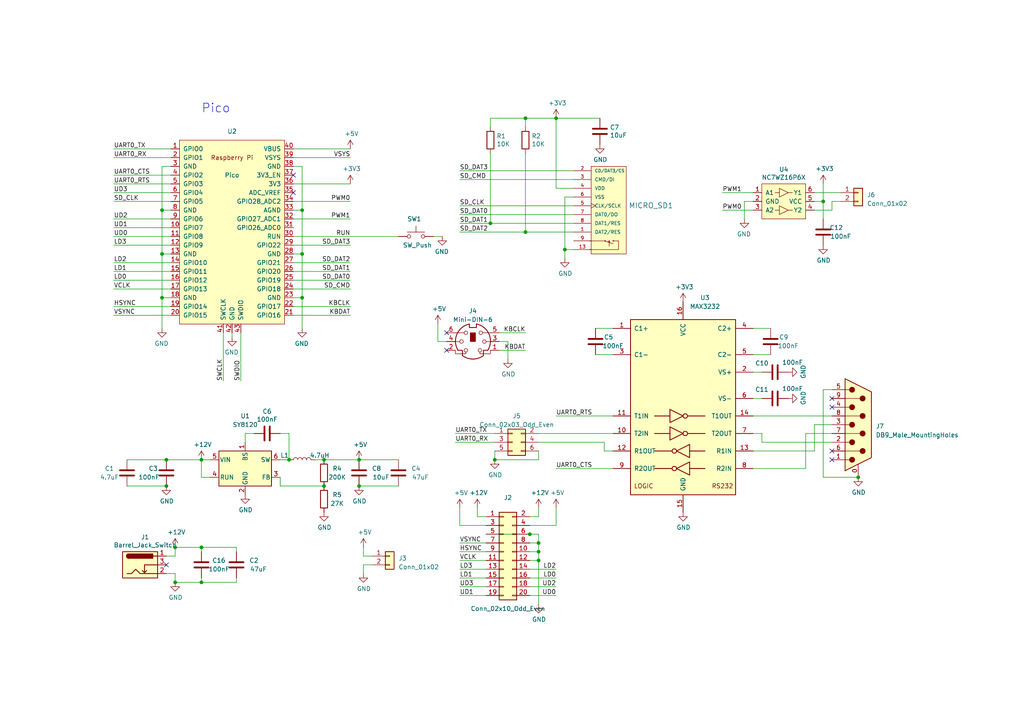
<source format=kicad_sch>
(kicad_sch (version 20210126) (generator eeschema)
  (paper "A4")
  (lib_symbols
    (symbol "Connector:Barrel_Jack_Switch" (pin_names hide)
      (property "Reference" "J" (at 0 5.334 0))
      (property "Value" "Barrel_Jack_Switch" (at 0 -5.08 0))
      (symbol "Barrel_Jack_Switch_0_1"
        (arc (start -3.302 3.175) (end -3.302 1.905) (radius (at -3.302 2.54) (length 0.635) (angles 90.1 -90.1)) (stroke (width 0.254)))
        (arc (start -3.302 3.175) (end -3.302 1.905) (radius (at -3.302 2.54) (length 0.635) (angles 90.1 -90.1)) (stroke (width 0.254)) (fill (type outline)))
        (rectangle (start 3.683 3.175) (end -3.302 1.905) (stroke (width 0.254)) (fill (type outline)))
        (rectangle (start -5.08 3.81) (end 5.08 -3.81) (stroke (width 0.254)) (fill (type background)))
        (polyline (pts (xy 1.27 -2.286) (xy 1.905 -1.651)) (stroke (width 0.254)))
        (polyline (pts (xy 5.08 2.54) (xy 3.81 2.54)) (stroke (width 0.254)))
        (polyline (pts (xy 5.08 0) (xy 1.27 0) (xy 1.27 -2.286) (xy 0.635 -1.651)) (stroke (width 0.254)))
        (polyline (pts (xy -3.81 -2.54) (xy -2.54 -2.54) (xy -1.27 -1.27) (xy 0 -2.54) (xy 2.54 -2.54) (xy 5.08 -2.54)) (stroke (width 0.254)))
      )
      (symbol "Barrel_Jack_Switch_1_1"
        (pin passive line (at 7.62 2.54 180) (length 2.54) (name "~") (number "1"))
        (pin passive line (at 7.62 -2.54 180) (length 2.54) (name "~") (number "2"))
        (pin passive line (at 7.62 0 180) (length 2.54) (name "~") (number "3"))
      )
    )
    (symbol "Connector:DB9_Male_MountingHoles" (pin_names (offset 1.016) hide)
      (property "Reference" "J" (at 0 16.51 0))
      (property "Value" "DB9_Male_MountingHoles" (at 0 14.605 0))
      (symbol "DB9_Male_MountingHoles_0_1"
        (circle (center -1.778 -10.16) (radius 0.762) (fill (type outline)))
        (circle (center -1.778 -5.08) (radius 0.762) (fill (type outline)))
        (circle (center -1.778 0) (radius 0.762) (fill (type outline)))
        (circle (center -1.778 5.08) (radius 0.762) (fill (type outline)))
        (circle (center -1.778 10.16) (radius 0.762) (fill (type outline)))
        (circle (center 1.27 -7.62) (radius 0.762) (fill (type outline)))
        (circle (center 1.27 -2.54) (radius 0.762) (fill (type outline)))
        (circle (center 1.27 2.54) (radius 0.762) (fill (type outline)))
        (circle (center 1.27 7.62) (radius 0.762) (fill (type outline)))
        (polyline (pts (xy -3.81 -10.16) (xy -2.54 -10.16)))
        (polyline (pts (xy -3.81 -7.62) (xy 0.508 -7.62)))
        (polyline (pts (xy -3.81 -5.08) (xy -2.54 -5.08)))
        (polyline (pts (xy -3.81 -2.54) (xy 0.508 -2.54)))
        (polyline (pts (xy -3.81 0) (xy -2.54 0)))
        (polyline (pts (xy -3.81 2.54) (xy 0.508 2.54)))
        (polyline (pts (xy -3.81 5.08) (xy -2.54 5.08)))
        (polyline (pts (xy -3.81 7.62) (xy 0.508 7.62)))
        (polyline (pts (xy -3.81 10.16) (xy -2.54 10.16)))
        (polyline (pts (xy -3.81 -13.335) (xy -3.81 13.335) (xy 3.81 9.525) (xy 3.81 -9.525) (xy -3.81 -13.335)) (stroke (width 0.254)) (fill (type background)))
      )
      (symbol "DB9_Male_MountingHoles_1_1"
        (pin passive line (at 0 -15.24 90) (length 3.81) (name "PAD") (number "0"))
        (pin passive line (at -7.62 -10.16 0) (length 3.81) (name "1") (number "1"))
        (pin passive line (at -7.62 -5.08 0) (length 3.81) (name "2") (number "2"))
        (pin passive line (at -7.62 0 0) (length 3.81) (name "3") (number "3"))
        (pin passive line (at -7.62 5.08 0) (length 3.81) (name "4") (number "4"))
        (pin passive line (at -7.62 10.16 0) (length 3.81) (name "5") (number "5"))
        (pin passive line (at -7.62 -7.62 0) (length 3.81) (name "6") (number "6"))
        (pin passive line (at -7.62 -2.54 0) (length 3.81) (name "7") (number "7"))
        (pin passive line (at -7.62 2.54 0) (length 3.81) (name "8") (number "8"))
        (pin passive line (at -7.62 7.62 0) (length 3.81) (name "9") (number "9"))
      )
    )
    (symbol "Connector:Mini-DIN-6" (pin_names (offset 1.016))
      (property "Reference" "J" (at 0 6.35 0))
      (property "Value" "Mini-DIN-6" (at 0 -6.35 0))
      (symbol "Mini-DIN-6_0_1"
        (arc (start -3.048 -4.064) (end 3.048 -4.064) (radius (at 0 0) (length 5.08) (angles -126.9 -53.1)) (stroke (width 0.254)))
        (arc (start -1.016 5.08) (end -4.318 -2.54) (radius (at 0.0508 0.1016) (length 5.08) (angles 102.1 -148.8)) (stroke (width 0.254)))
        (arc (start 4.318 -2.54) (end 1.016 5.08) (radius (at 0.0508 0.127) (length 5.0292) (angles -32 79)) (stroke (width 0.254)))
        (circle (center -3.302 0) (radius 0.508))
        (circle (center -2.032 -2.54) (radius 0.508))
        (circle (center -2.032 2.54) (radius 0.508))
        (circle (center 2.032 -2.54) (radius 0.508))
        (circle (center 2.286 2.54) (radius 0.508))
        (circle (center 3.302 0) (radius 0.508))
        (rectangle (start -0.762 2.54) (end 0.762 0) (fill (type outline)))
        (polyline (pts (xy -3.81 0) (xy -5.08 0)))
        (polyline (pts (xy -2.54 2.54) (xy -5.08 2.54)))
        (polyline (pts (xy 2.794 2.54) (xy 5.08 2.54)))
        (polyline (pts (xy 5.08 0) (xy 3.81 0)))
        (polyline (pts (xy -4.318 -2.54) (xy -3.048 -2.54) (xy -3.048 -4.064)) (stroke (width 0.254)))
        (polyline (pts (xy 4.318 -2.54) (xy 3.048 -2.54) (xy 3.048 -4.064)) (stroke (width 0.254)))
        (polyline (pts (xy -2.032 -3.048) (xy -2.032 -3.556) (xy -5.08 -3.556) (xy -5.08 -2.54)))
        (polyline (pts (xy -1.016 5.08) (xy -1.016 4.064) (xy 1.016 4.064) (xy 1.016 5.08)) (stroke (width 0.254)))
        (polyline (pts (xy 2.032 -3.048) (xy 2.032 -3.556) (xy 5.08 -3.556) (xy 5.08 -2.54)))
      )
      (symbol "Mini-DIN-6_1_1"
        (pin passive line (at 7.62 -2.54 180) (length 2.54) (name "~") (number "1"))
        (pin passive line (at -7.62 -2.54 0) (length 2.54) (name "~") (number "2"))
        (pin passive line (at 7.62 0 180) (length 2.54) (name "~") (number "3"))
        (pin passive line (at -7.62 0 0) (length 2.54) (name "~") (number "4"))
        (pin passive line (at 7.62 2.54 180) (length 2.54) (name "~") (number "5"))
        (pin passive line (at -7.62 2.54 0) (length 2.54) (name "~") (number "6"))
      )
    )
    (symbol "Connector_Generic:Conn_01x02" (pin_names (offset 1.016) hide)
      (property "Reference" "J" (at 0 2.54 0))
      (property "Value" "Conn_01x02" (at 0 -5.08 0))
      (symbol "Conn_01x02_1_1"
        (rectangle (start -1.27 -2.413) (end 0 -2.667) (stroke (width 0.1524)))
        (rectangle (start -1.27 0.127) (end 0 -0.127) (stroke (width 0.1524)))
        (rectangle (start -1.27 1.27) (end 1.27 -3.81) (stroke (width 0.254)) (fill (type background)))
        (pin passive line (at -5.08 0 0) (length 3.81) (name "Pin_1") (number "1"))
        (pin passive line (at -5.08 -2.54 0) (length 3.81) (name "Pin_2") (number "2"))
      )
    )
    (symbol "Connector_Generic:Conn_02x03_Odd_Even" (pin_names (offset 1.016) hide)
      (property "Reference" "J" (at 1.27 5.08 0))
      (property "Value" "Conn_02x03_Odd_Even" (at 1.27 -5.08 0))
      (symbol "Conn_02x03_Odd_Even_1_1"
        (rectangle (start -1.27 -2.413) (end 0 -2.667) (stroke (width 0.1524)))
        (rectangle (start -1.27 0.127) (end 0 -0.127) (stroke (width 0.1524)))
        (rectangle (start -1.27 2.667) (end 0 2.413) (stroke (width 0.1524)))
        (rectangle (start 3.81 -2.413) (end 2.54 -2.667) (stroke (width 0.1524)))
        (rectangle (start 3.81 0.127) (end 2.54 -0.127) (stroke (width 0.1524)))
        (rectangle (start 3.81 2.667) (end 2.54 2.413) (stroke (width 0.1524)))
        (rectangle (start -1.27 3.81) (end 3.81 -3.81) (stroke (width 0.254)) (fill (type background)))
        (pin passive line (at -5.08 2.54 0) (length 3.81) (name "Pin_1") (number "1"))
        (pin passive line (at 7.62 2.54 180) (length 3.81) (name "Pin_2") (number "2"))
        (pin passive line (at -5.08 0 0) (length 3.81) (name "Pin_3") (number "3"))
        (pin passive line (at 7.62 0 180) (length 3.81) (name "Pin_4") (number "4"))
        (pin passive line (at -5.08 -2.54 0) (length 3.81) (name "Pin_5") (number "5"))
        (pin passive line (at 7.62 -2.54 180) (length 3.81) (name "Pin_6") (number "6"))
      )
    )
    (symbol "Connector_Generic:Conn_02x10_Odd_Even" (pin_names (offset 1.016) hide)
      (property "Reference" "J" (at 1.27 12.7 0))
      (property "Value" "Conn_02x10_Odd_Even" (at 1.27 -15.24 0))
      (symbol "Conn_02x10_Odd_Even_1_1"
        (rectangle (start -1.27 -12.573) (end 0 -12.827) (stroke (width 0.1524)))
        (rectangle (start -1.27 -10.033) (end 0 -10.287) (stroke (width 0.1524)))
        (rectangle (start -1.27 -7.493) (end 0 -7.747) (stroke (width 0.1524)))
        (rectangle (start -1.27 -4.953) (end 0 -5.207) (stroke (width 0.1524)))
        (rectangle (start -1.27 -2.413) (end 0 -2.667) (stroke (width 0.1524)))
        (rectangle (start -1.27 0.127) (end 0 -0.127) (stroke (width 0.1524)))
        (rectangle (start -1.27 2.667) (end 0 2.413) (stroke (width 0.1524)))
        (rectangle (start -1.27 5.207) (end 0 4.953) (stroke (width 0.1524)))
        (rectangle (start -1.27 7.747) (end 0 7.493) (stroke (width 0.1524)))
        (rectangle (start -1.27 10.287) (end 0 10.033) (stroke (width 0.1524)))
        (rectangle (start 3.81 -12.573) (end 2.54 -12.827) (stroke (width 0.1524)))
        (rectangle (start 3.81 -10.033) (end 2.54 -10.287) (stroke (width 0.1524)))
        (rectangle (start 3.81 -7.493) (end 2.54 -7.747) (stroke (width 0.1524)))
        (rectangle (start 3.81 -4.953) (end 2.54 -5.207) (stroke (width 0.1524)))
        (rectangle (start 3.81 -2.413) (end 2.54 -2.667) (stroke (width 0.1524)))
        (rectangle (start 3.81 0.127) (end 2.54 -0.127) (stroke (width 0.1524)))
        (rectangle (start 3.81 2.667) (end 2.54 2.413) (stroke (width 0.1524)))
        (rectangle (start 3.81 5.207) (end 2.54 4.953) (stroke (width 0.1524)))
        (rectangle (start 3.81 7.747) (end 2.54 7.493) (stroke (width 0.1524)))
        (rectangle (start 3.81 10.287) (end 2.54 10.033) (stroke (width 0.1524)))
        (rectangle (start -1.27 11.43) (end 3.81 -13.97) (stroke (width 0.254)) (fill (type background)))
        (pin passive line (at -5.08 10.16 0) (length 3.81) (name "Pin_1") (number "1"))
        (pin passive line (at 7.62 0 180) (length 3.81) (name "Pin_10") (number "10"))
        (pin passive line (at -5.08 -2.54 0) (length 3.81) (name "Pin_11") (number "11"))
        (pin passive line (at 7.62 -2.54 180) (length 3.81) (name "Pin_12") (number "12"))
        (pin passive line (at -5.08 -5.08 0) (length 3.81) (name "Pin_13") (number "13"))
        (pin passive line (at 7.62 -5.08 180) (length 3.81) (name "Pin_14") (number "14"))
        (pin passive line (at -5.08 -7.62 0) (length 3.81) (name "Pin_15") (number "15"))
        (pin passive line (at 7.62 -7.62 180) (length 3.81) (name "Pin_16") (number "16"))
        (pin passive line (at -5.08 -10.16 0) (length 3.81) (name "Pin_17") (number "17"))
        (pin passive line (at 7.62 -10.16 180) (length 3.81) (name "Pin_18") (number "18"))
        (pin passive line (at -5.08 -12.7 0) (length 3.81) (name "Pin_19") (number "19"))
        (pin passive line (at 7.62 10.16 180) (length 3.81) (name "Pin_2") (number "2"))
        (pin passive line (at 7.62 -12.7 180) (length 3.81) (name "Pin_20") (number "20"))
        (pin passive line (at -5.08 7.62 0) (length 3.81) (name "Pin_3") (number "3"))
        (pin passive line (at 7.62 7.62 180) (length 3.81) (name "Pin_4") (number "4"))
        (pin passive line (at -5.08 5.08 0) (length 3.81) (name "Pin_5") (number "5"))
        (pin passive line (at 7.62 5.08 180) (length 3.81) (name "Pin_6") (number "6"))
        (pin passive line (at -5.08 2.54 0) (length 3.81) (name "Pin_7") (number "7"))
        (pin passive line (at 7.62 2.54 180) (length 3.81) (name "Pin_8") (number "8"))
        (pin passive line (at -5.08 0 0) (length 3.81) (name "Pin_9") (number "9"))
      )
    )
    (symbol "Device:C" (pin_numbers hide) (pin_names (offset 0.254))
      (property "Reference" "C" (at 0.635 2.54 0))
      (property "Value" "C" (at 0.635 -2.54 0))
      (symbol "C_0_1"
        (polyline (pts (xy -2.032 -0.762) (xy 2.032 -0.762)) (stroke (width 0.508)))
        (polyline (pts (xy -2.032 0.762) (xy 2.032 0.762)) (stroke (width 0.508)))
      )
      (symbol "C_1_1"
        (pin passive line (at 0 3.81 270) (length 2.794) (name "~") (number "1"))
        (pin passive line (at 0 -3.81 90) (length 2.794) (name "~") (number "2"))
      )
    )
    (symbol "Device:L" (pin_numbers hide) (pin_names (offset 1.016) hide)
      (property "Reference" "L" (at -1.27 0 90))
      (property "Value" "L" (at 1.905 0 90))
      (symbol "L_0_1"
        (arc (start 0 -2.54) (end 0 -1.27) (radius (at 0 -1.905) (length 0.635) (angles -89.9 89.9)))
        (arc (start 0 -1.27) (end 0 0) (radius (at 0 -0.635) (length 0.635) (angles -89.9 89.9)))
        (arc (start 0 0) (end 0 1.27) (radius (at 0 0.635) (length 0.635) (angles -89.9 89.9)))
        (arc (start 0 1.27) (end 0 2.54) (radius (at 0 1.905) (length 0.635) (angles -89.9 89.9)))
      )
      (symbol "L_1_1"
        (pin passive line (at 0 3.81 270) (length 1.27) (name "1") (number "1"))
        (pin passive line (at 0 -3.81 90) (length 1.27) (name "2") (number "2"))
      )
    )
    (symbol "Device:R" (pin_numbers hide) (pin_names (offset 0))
      (property "Reference" "R" (at 2.032 0 90))
      (property "Value" "R" (at 0 0 90))
      (symbol "R_0_1"
        (rectangle (start -1.016 -2.54) (end 1.016 2.54) (stroke (width 0.254)))
      )
      (symbol "R_1_1"
        (pin passive line (at 0 3.81 270) (length 1.27) (name "~") (number "1"))
        (pin passive line (at 0 -3.81 90) (length 1.27) (name "~") (number "2"))
      )
    )
    (symbol "Interface_UART:MAX3232" (pin_names (offset 1.016))
      (property "Reference" "U" (at -2.54 28.575 0))
      (property "Value" "MAX3232" (at -2.54 26.67 0))
      (symbol "MAX3232_0_0"
        (text "LOGIC" (at -11.43 -22.86 0) (effects (font (size 1.27 1.27))))
        (text "RS232" (at 11.43 -22.86 0) (effects (font (size 1.27 1.27))))
      )
      (symbol "MAX3232_0_1"
        (circle (center -2.54 -17.78) (radius 0.635) (stroke (width 0.254)))
        (circle (center -2.54 -12.7) (radius 0.635) (stroke (width 0.254)))
        (circle (center 0.635 -7.62) (radius 0.635) (stroke (width 0.254)))
        (circle (center 0.635 -2.54) (radius 0.635) (stroke (width 0.254)))
        (rectangle (start -15.24 -25.4) (end 15.24 25.4) (stroke (width 0.254)) (fill (type background)))
        (polyline (pts (xy -3.81 -7.62) (xy -8.255 -7.62)) (stroke (width 0.254)))
        (polyline (pts (xy -3.81 -2.54) (xy -8.255 -2.54)) (stroke (width 0.254)))
        (polyline (pts (xy -3.175 -17.78) (xy -8.255 -17.78)) (stroke (width 0.254)))
        (polyline (pts (xy -3.175 -12.7) (xy -8.255 -12.7)) (stroke (width 0.254)))
        (polyline (pts (xy 1.27 -7.62) (xy 6.35 -7.62)) (stroke (width 0.254)))
        (polyline (pts (xy 1.27 -2.54) (xy 6.35 -2.54)) (stroke (width 0.254)))
        (polyline (pts (xy 1.905 -17.78) (xy 6.35 -17.78)) (stroke (width 0.254)))
        (polyline (pts (xy 1.905 -12.7) (xy 6.35 -12.7)) (stroke (width 0.254)))
        (polyline (pts (xy -3.81 -5.715) (xy -3.81 -9.525) (xy 0 -7.62) (xy -3.81 -5.715)) (stroke (width 0.254)))
        (polyline (pts (xy -3.81 -0.635) (xy -3.81 -4.445) (xy 0 -2.54) (xy -3.81 -0.635)) (stroke (width 0.254)))
        (polyline (pts (xy 1.905 -15.875) (xy 1.905 -19.685) (xy -1.905 -17.78) (xy 1.905 -15.875)) (stroke (width 0.254)))
        (polyline (pts (xy 1.905 -10.795) (xy 1.905 -14.605) (xy -1.905 -12.7) (xy 1.905 -10.795)) (stroke (width 0.254)))
      )
      (symbol "MAX3232_1_1"
        (pin passive line (at -20.32 22.86 0) (length 5.08) (name "C1+") (number "1"))
        (pin input line (at -20.32 -7.62 0) (length 5.08) (name "T2IN") (number "10"))
        (pin input line (at -20.32 -2.54 0) (length 5.08) (name "T1IN") (number "11"))
        (pin output line (at -20.32 -12.7 0) (length 5.08) (name "R1OUT") (number "12"))
        (pin input line (at 20.32 -12.7 180) (length 5.08) (name "R1IN") (number "13"))
        (pin output line (at 20.32 -2.54 180) (length 5.08) (name "T1OUT") (number "14"))
        (pin power_in line (at 0 -30.48 90) (length 5.08) (name "GND") (number "15"))
        (pin power_in line (at 0 30.48 270) (length 5.08) (name "VCC") (number "16"))
        (pin power_out line (at 20.32 10.16 180) (length 5.08) (name "VS+") (number "2"))
        (pin passive line (at -20.32 15.24 0) (length 5.08) (name "C1-") (number "3"))
        (pin passive line (at 20.32 22.86 180) (length 5.08) (name "C2+") (number "4"))
        (pin passive line (at 20.32 15.24 180) (length 5.08) (name "C2-") (number "5"))
        (pin power_out line (at 20.32 2.54 180) (length 5.08) (name "VS-") (number "6"))
        (pin output line (at 20.32 -7.62 180) (length 5.08) (name "T2OUT") (number "7"))
        (pin input line (at 20.32 -17.78 180) (length 5.08) (name "R2IN") (number "8"))
        (pin output line (at -20.32 -17.78 0) (length 5.08) (name "R2OUT") (number "9"))
      )
    )
    (symbol "RPi_Pico:NC7WZ16P6X" (pin_names (offset 1.016))
      (property "Reference" "U" (at -5.08 6.35 0))
      (property "Value" "NC7WZ16P6X" (at 0 -6.35 0))
      (symbol "NC7WZ16P6X_0_1"
        (rectangle (start -6.35 5.08) (end 6.35 -5.08) (fill (type background)))
        (polyline (pts (xy 1.27 -2.54) (xy 2.54 -2.54)))
        (polyline (pts (xy 1.27 2.54) (xy 2.54 2.54)))
        (polyline (pts (xy -2.54 -2.54) (xy -1.27 -2.54) (xy -1.27 -1.27) (xy 1.27 -2.54) (xy -1.27 -3.81) (xy -1.27 -2.54)))
        (polyline (pts (xy -2.54 2.54) (xy -1.27 2.54) (xy -1.27 3.81) (xy 1.27 2.54) (xy -1.27 1.27) (xy -1.27 2.54) (xy -2.54 2.54)))
      )
      (symbol "NC7WZ16P6X_1_1"
        (pin input line (at -8.89 2.54 0) (length 2.54) (name "A1") (number "1"))
        (pin power_in line (at -8.89 0 0) (length 2.54) (name "GND") (number "2"))
        (pin input line (at -8.89 -2.54 0) (length 2.54) (name "A2") (number "3"))
        (pin output line (at 8.89 -2.54 180) (length 2.54) (name "Y2") (number "4"))
        (pin power_in line (at 8.89 0 180) (length 2.54) (name "VCC") (number "5"))
        (pin output line (at 8.89 2.54 180) (length 2.54) (name "Y1") (number "6"))
      )
    )
    (symbol "RPi_Pico:Pico" (pin_names (offset 1.016))
      (property "Reference" "U" (at -13.97 27.94 0))
      (property "Value" "Pico" (at 0 19.05 0))
      (symbol "Pico_0_0"
        (text "Raspberry Pi" (at 0 21.59 0) (effects (font (size 1.27 1.27))))
      )
      (symbol "Pico_0_1"
        (rectangle (start -15.24 26.67) (end 15.24 -26.67) (fill (type background)))
      )
      (symbol "Pico_1_1"
        (pin bidirectional line (at -17.78 24.13 0) (length 2.54) (name "GPIO0") (number "1"))
        (pin bidirectional line (at -17.78 1.27 0) (length 2.54) (name "GPIO7") (number "10"))
        (pin bidirectional line (at -17.78 -1.27 0) (length 2.54) (name "GPIO8") (number "11"))
        (pin bidirectional line (at -17.78 -3.81 0) (length 2.54) (name "GPIO9") (number "12"))
        (pin power_in line (at -17.78 -6.35 0) (length 2.54) (name "GND") (number "13"))
        (pin bidirectional line (at -17.78 -8.89 0) (length 2.54) (name "GPIO10") (number "14"))
        (pin bidirectional line (at -17.78 -11.43 0) (length 2.54) (name "GPIO11") (number "15"))
        (pin bidirectional line (at -17.78 -13.97 0) (length 2.54) (name "GPIO12") (number "16"))
        (pin bidirectional line (at -17.78 -16.51 0) (length 2.54) (name "GPIO13") (number "17"))
        (pin power_in line (at -17.78 -19.05 0) (length 2.54) (name "GND") (number "18"))
        (pin bidirectional line (at -17.78 -21.59 0) (length 2.54) (name "GPIO14") (number "19"))
        (pin bidirectional line (at -17.78 21.59 0) (length 2.54) (name "GPIO1") (number "2"))
        (pin bidirectional line (at -17.78 -24.13 0) (length 2.54) (name "GPIO15") (number "20"))
        (pin bidirectional line (at 17.78 -24.13 180) (length 2.54) (name "GPIO16") (number "21"))
        (pin bidirectional line (at 17.78 -21.59 180) (length 2.54) (name "GPIO17") (number "22"))
        (pin power_in line (at 17.78 -19.05 180) (length 2.54) (name "GND") (number "23"))
        (pin bidirectional line (at 17.78 -16.51 180) (length 2.54) (name "GPIO18") (number "24"))
        (pin bidirectional line (at 17.78 -13.97 180) (length 2.54) (name "GPIO19") (number "25"))
        (pin bidirectional line (at 17.78 -11.43 180) (length 2.54) (name "GPIO20") (number "26"))
        (pin bidirectional line (at 17.78 -8.89 180) (length 2.54) (name "GPIO21") (number "27"))
        (pin power_in line (at 17.78 -6.35 180) (length 2.54) (name "GND") (number "28"))
        (pin bidirectional line (at 17.78 -3.81 180) (length 2.54) (name "GPIO22") (number "29"))
        (pin power_in line (at -17.78 19.05 0) (length 2.54) (name "GND") (number "3"))
        (pin input line (at 17.78 -1.27 180) (length 2.54) (name "RUN") (number "30"))
        (pin bidirectional line (at 17.78 1.27 180) (length 2.54) (name "GPIO26_ADC0") (number "31"))
        (pin bidirectional line (at 17.78 3.81 180) (length 2.54) (name "GPIO27_ADC1") (number "32"))
        (pin power_in line (at 17.78 6.35 180) (length 2.54) (name "AGND") (number "33"))
        (pin bidirectional line (at 17.78 8.89 180) (length 2.54) (name "GPIO28_ADC2") (number "34"))
        (pin unspecified line (at 17.78 11.43 180) (length 2.54) (name "ADC_VREF") (number "35"))
        (pin unspecified line (at 17.78 13.97 180) (length 2.54) (name "3V3") (number "36"))
        (pin input line (at 17.78 16.51 180) (length 2.54) (name "3V3_EN") (number "37"))
        (pin bidirectional line (at 17.78 19.05 180) (length 2.54) (name "GND") (number "38"))
        (pin unspecified line (at 17.78 21.59 180) (length 2.54) (name "VSYS") (number "39"))
        (pin bidirectional line (at -17.78 16.51 0) (length 2.54) (name "GPIO2") (number "4"))
        (pin unspecified line (at 17.78 24.13 180) (length 2.54) (name "VBUS") (number "40"))
        (pin input line (at -2.54 -29.21 90) (length 2.54) (name "SWCLK") (number "41"))
        (pin power_in line (at 0 -29.21 90) (length 2.54) (name "GND") (number "42"))
        (pin bidirectional line (at 2.54 -29.21 90) (length 2.54) (name "SWDIO") (number "43"))
        (pin bidirectional line (at -17.78 13.97 0) (length 2.54) (name "GPIO3") (number "5"))
        (pin bidirectional line (at -17.78 11.43 0) (length 2.54) (name "GPIO4") (number "6"))
        (pin bidirectional line (at -17.78 8.89 0) (length 2.54) (name "GPIO5") (number "7"))
        (pin power_in line (at -17.78 6.35 0) (length 2.54) (name "GND") (number "8"))
        (pin bidirectional line (at -17.78 3.81 0) (length 2.54) (name "GPIO6") (number "9"))
      )
    )
    (symbol "Sitina:MICRO_SD(TFC-WPAPR-08)" (pin_names (offset 1.016))
      (property "Reference" "MICRO_SD" (at 2.54 15.24 0))
      (property "Value" "MICRO_SD(TFC-WPAPR-08)" (at 0 -12.7 0))
      (symbol "MICRO_SD(TFC-WPAPR-08)_0_0"
        (rectangle (start -2.54 13.97) (end 7.62 -11.43) (fill (type background)))
        (polyline (pts (xy 2.6416 -7.5946) (xy 2.4638 -7.8994)))
        (polyline (pts (xy 2.6924 -7.6962) (xy 2.6924 -9.1694)))
        (polyline (pts (xy 2.667 -7.5438) (xy 2.921 -7.9756) (xy 2.8956 -7.9756)))
      )
      (symbol "MICRO_SD(TFC-WPAPR-08)_0_1"
        (circle (center 1.5494 -7.6454) (radius 0.1524))
        (circle (center 3.8862 -7.62) (radius 0.1524))
        (polyline (pts (xy -3.048 -7.6454) (xy 1.2954 -7.6454)))
        (polyline (pts (xy 1.7018 -7.7978) (xy 3.81 -8.4582)))
        (polyline (pts (xy -3.1496 -10.16) (xy 5.4102 -10.16) (xy 5.4102 -7.6454) (xy 4.1402 -7.6454)))
      )
      (symbol "MICRO_SD(TFC-WPAPR-08)_1_1"
        (pin bidirectional line (at -7.62 -5.08 0) (length 5.08) (name "DAT2/RES") (number "1"))
        (pin passive line (at -7.62 -10.16 0) (length 5.08) hide (name "~") (number "10"))
        (pin passive line (at -7.62 -10.16 0) (length 5.08) hide (name "~") (number "11"))
        (pin passive line (at -7.62 -10.16 0) (length 5.08) hide (name "~") (number "12"))
        (pin passive line (at -7.62 -10.16 0) (length 5.08) (name "~") (number "13"))
        (pin bidirectional line (at -7.62 12.7 0) (length 5.08) (name "CD/DAT3/CS") (number "2"))
        (pin input line (at -7.62 10.16 0) (length 5.08) (name "CMD/DI") (number "3"))
        (pin power_in line (at -7.62 7.62 0) (length 5.08) (name "VDD") (number "4"))
        (pin input clock (at -7.62 2.54 0) (length 5.08) (name "CLK/SCLK") (number "5"))
        (pin power_in line (at -7.62 5.08 0) (length 5.08) (name "VSS") (number "6"))
        (pin bidirectional line (at -7.62 0 0) (length 5.08) (name "DAT0/DO") (number "7"))
        (pin bidirectional line (at -7.62 -2.54 0) (length 5.08) (name "DAT1/RES") (number "8"))
        (pin passive line (at -7.62 -7.62 0) (length 5.08) (name "~") (number "9"))
      )
    )
    (symbol "Switch:SW_Push" (pin_numbers hide) (pin_names (offset 1.016) hide)
      (property "Reference" "SW" (at 1.27 2.54 0))
      (property "Value" "SW_Push" (at 0 -1.524 0))
      (symbol "SW_Push_0_1"
        (circle (center -2.032 0) (radius 0.508))
        (circle (center 2.032 0) (radius 0.508))
        (polyline (pts (xy 0 1.27) (xy 0 3.048)))
        (polyline (pts (xy 2.54 1.27) (xy -2.54 1.27)))
        (pin passive line (at -5.08 0 0) (length 2.54) (name "1") (number "1"))
        (pin passive line (at 5.08 0 180) (length 2.54) (name "2") (number "2"))
      )
    )
    (symbol "power:+12V" (power) (pin_names (offset 0))
      (property "Value" "+12V" (at 0 3.556 0))
      (symbol "+12V_0_1"
        (polyline (pts (xy -0.762 1.27) (xy 0 2.54)))
        (polyline (pts (xy 0 0) (xy 0 2.54)))
        (polyline (pts (xy 0 2.54) (xy 0.762 1.27)))
      )
      (symbol "+12V_1_1"
        (pin power_in line (at 0 0 90) (length 0) hide (name "+12V") (number "1"))
      )
    )
    (symbol "power:+3.3V" (power) (pin_names (offset 0))
      (property "Value" "+3.3V" (at 0 3.556 0))
      (symbol "+3.3V_0_1"
        (polyline (pts (xy -0.762 1.27) (xy 0 2.54)))
        (polyline (pts (xy 0 0) (xy 0 2.54)))
        (polyline (pts (xy 0 2.54) (xy 0.762 1.27)))
      )
      (symbol "+3.3V_1_1"
        (pin power_in line (at 0 0 90) (length 0) hide (name "+3V3") (number "1"))
      )
    )
    (symbol "power:+5V" (power) (pin_names (offset 0))
      (property "Value" "+5V" (at 0 3.556 0))
      (symbol "+5V_0_1"
        (polyline (pts (xy -0.762 1.27) (xy 0 2.54)))
        (polyline (pts (xy 0 0) (xy 0 2.54)))
        (polyline (pts (xy 0 2.54) (xy 0.762 1.27)))
      )
      (symbol "+5V_1_1"
        (pin power_in line (at 0 0 90) (length 0) hide (name "+5V") (number "1"))
      )
    )
    (symbol "power:GND" (power) (pin_names (offset 0))
      (property "Value" "GND" (at 0 -3.81 0))
      (symbol "GND_0_1"
        (polyline (pts (xy 0 0) (xy 0 -1.27) (xy 1.27 -1.27) (xy 0 -2.54) (xy -1.27 -1.27) (xy 0 -1.27)))
      )
      (symbol "GND_1_1"
        (pin power_in line (at 0 0 270) (length 0) hide (name "GND") (number "1"))
      )
    )
    (symbol "symbols:SY8120" (pin_names (offset 0.254))
      (property "Reference" "U" (at -6.35 6.35 0))
      (property "Value" "SY8120" (at 1.27 6.35 0))
      (symbol "SY8120_0_1"
        (rectangle (start -7.62 5.08) (end 7.62 -5.08) (stroke (width 0.254)) (fill (type background)))
      )
      (symbol "SY8120_1_1"
        (pin input line (at 0 7.62 270) (length 2.54) (name "BS") (number "1"))
        (pin power_in line (at 0 -7.62 90) (length 2.54) (name "GND") (number "2"))
        (pin input line (at 10.16 -2.54 180) (length 2.54) (name "FB") (number "3"))
        (pin input line (at -10.16 -2.54 0) (length 2.54) (name "RUN") (number "4"))
        (pin power_in line (at -10.16 2.54 0) (length 2.54) (name "VIN") (number "5"))
        (pin output line (at 10.16 2.54 180) (length 2.54) (name "SW") (number "6"))
      )
    )
  )
  (junction (at 46.99 60.96) (diameter 0.9144))
  (junction (at 46.99 73.66) (diameter 0.9144))
  (junction (at 46.99 86.36) (diameter 0.9144))
  (junction (at 48.26 133.35) (diameter 0.9144))
  (junction (at 48.26 140.97) (diameter 0.9144))
  (junction (at 50.8 158.75) (diameter 0.9144))
  (junction (at 50.8 168.91) (diameter 0.9144))
  (junction (at 58.42 133.35) (diameter 0.9144))
  (junction (at 58.42 158.75) (diameter 0.9144))
  (junction (at 58.42 168.91) (diameter 0.9144))
  (junction (at 83.82 133.35) (diameter 0.9144))
  (junction (at 87.63 60.96) (diameter 0.9144))
  (junction (at 87.63 73.66) (diameter 0.9144))
  (junction (at 87.63 86.36) (diameter 0.9144))
  (junction (at 93.98 133.35) (diameter 0.9144))
  (junction (at 93.98 140.97) (diameter 0.9144))
  (junction (at 104.14 133.35) (diameter 0.9144))
  (junction (at 104.14 140.97) (diameter 0.9144))
  (junction (at 142.24 64.77) (diameter 0.9144))
  (junction (at 143.51 133.35) (diameter 0.9144))
  (junction (at 152.4 34.29) (diameter 0.9144))
  (junction (at 152.4 67.31) (diameter 0.9144))
  (junction (at 153.67 154.94) (diameter 0.9144))
  (junction (at 156.21 157.48) (diameter 0.9144))
  (junction (at 156.21 160.02) (diameter 0.9144))
  (junction (at 156.21 162.56) (diameter 0.9144))
  (junction (at 161.29 34.29) (diameter 0.9144))
  (junction (at 163.83 72.39) (diameter 0.9144))
  (junction (at 238.76 58.42) (diameter 0.9144))
  (junction (at 248.92 138.43) (diameter 0.9144))
  (no_connect (at 48.26 163.83))
  (no_connect (at 85.09 50.8))
  (no_connect (at 85.09 55.88))
  (no_connect (at 129.54 96.52))
  (no_connect (at 129.54 101.6))
  (no_connect (at 241.3 115.57))
  (no_connect (at 241.3 118.11))
  (no_connect (at 241.3 130.81))
  (no_connect (at 241.3 133.35))
  (wire (pts (xy 33.02 43.18) (xy 49.53 43.18)))
  (wire (pts (xy 33.02 45.72) (xy 49.53 45.72)))
  (wire (pts (xy 33.02 50.8) (xy 49.53 50.8)))
  (wire (pts (xy 33.02 53.34) (xy 49.53 53.34)))
  (wire (pts (xy 33.02 55.88) (xy 49.53 55.88)))
  (wire (pts (xy 33.02 58.42) (xy 49.53 58.42)))
  (wire (pts (xy 33.02 63.5) (xy 49.53 63.5)))
  (wire (pts (xy 33.02 66.04) (xy 49.53 66.04)))
  (wire (pts (xy 33.02 68.58) (xy 49.53 68.58)))
  (wire (pts (xy 33.02 71.12) (xy 49.53 71.12)))
  (wire (pts (xy 33.02 76.2) (xy 49.53 76.2)))
  (wire (pts (xy 33.02 78.74) (xy 49.53 78.74)))
  (wire (pts (xy 33.02 81.28) (xy 49.53 81.28)))
  (wire (pts (xy 33.02 83.82) (xy 49.53 83.82)))
  (wire (pts (xy 33.02 88.9) (xy 49.53 88.9)))
  (wire (pts (xy 33.02 91.44) (xy 49.53 91.44)))
  (wire (pts (xy 36.83 133.35) (xy 48.26 133.35)))
  (wire (pts (xy 36.83 140.97) (xy 48.26 140.97)))
  (wire (pts (xy 46.99 48.26) (xy 46.99 60.96)))
  (wire (pts (xy 46.99 60.96) (xy 46.99 73.66)))
  (wire (pts (xy 46.99 73.66) (xy 46.99 86.36)))
  (wire (pts (xy 46.99 86.36) (xy 46.99 95.25)))
  (wire (pts (xy 48.26 133.35) (xy 58.42 133.35)))
  (wire (pts (xy 48.26 161.29) (xy 50.8 161.29)))
  (wire (pts (xy 48.26 166.37) (xy 50.8 166.37)))
  (wire (pts (xy 49.53 48.26) (xy 46.99 48.26)))
  (wire (pts (xy 49.53 60.96) (xy 46.99 60.96)))
  (wire (pts (xy 49.53 73.66) (xy 46.99 73.66)))
  (wire (pts (xy 49.53 86.36) (xy 46.99 86.36)))
  (wire (pts (xy 50.8 158.75) (xy 58.42 158.75)))
  (wire (pts (xy 50.8 161.29) (xy 50.8 158.75)))
  (wire (pts (xy 50.8 166.37) (xy 50.8 168.91)))
  (wire (pts (xy 50.8 168.91) (xy 58.42 168.91)))
  (wire (pts (xy 58.42 138.43) (xy 58.42 133.35)))
  (wire (pts (xy 58.42 158.75) (xy 58.42 160.02)))
  (wire (pts (xy 58.42 158.75) (xy 68.58 158.75)))
  (wire (pts (xy 58.42 168.91) (xy 58.42 167.64)))
  (wire (pts (xy 60.96 133.35) (xy 58.42 133.35)))
  (wire (pts (xy 60.96 138.43) (xy 58.42 138.43)))
  (wire (pts (xy 64.77 96.52) (xy 64.77 110.49)))
  (wire (pts (xy 67.31 96.52) (xy 67.31 97.79)))
  (wire (pts (xy 68.58 158.75) (xy 68.58 160.02)))
  (wire (pts (xy 68.58 167.64) (xy 68.58 168.91)))
  (wire (pts (xy 68.58 168.91) (xy 58.42 168.91)))
  (wire (pts (xy 69.85 96.52) (xy 69.85 110.49)))
  (wire (pts (xy 71.12 125.73) (xy 73.66 125.73)))
  (wire (pts (xy 71.12 128.27) (xy 71.12 125.73)))
  (wire (pts (xy 81.28 125.73) (xy 83.82 125.73)))
  (wire (pts (xy 81.28 140.97) (xy 81.28 138.43)))
  (wire (pts (xy 83.82 125.73) (xy 83.82 133.35)))
  (wire (pts (xy 83.82 133.35) (xy 81.28 133.35)))
  (wire (pts (xy 85.09 43.18) (xy 101.6 43.18)))
  (wire (pts (xy 85.09 45.72) (xy 101.6 45.72)))
  (wire (pts (xy 85.09 48.26) (xy 87.63 48.26)))
  (wire (pts (xy 85.09 53.34) (xy 101.6 53.34)))
  (wire (pts (xy 85.09 58.42) (xy 101.6 58.42)))
  (wire (pts (xy 85.09 60.96) (xy 87.63 60.96)))
  (wire (pts (xy 85.09 63.5) (xy 101.6 63.5)))
  (wire (pts (xy 85.09 68.58) (xy 115.57 68.58)))
  (wire (pts (xy 85.09 71.12) (xy 101.6 71.12)))
  (wire (pts (xy 85.09 73.66) (xy 87.63 73.66)))
  (wire (pts (xy 85.09 76.2) (xy 101.6 76.2)))
  (wire (pts (xy 85.09 78.74) (xy 101.6 78.74)))
  (wire (pts (xy 85.09 81.28) (xy 101.6 81.28)))
  (wire (pts (xy 85.09 83.82) (xy 101.6 83.82)))
  (wire (pts (xy 85.09 86.36) (xy 87.63 86.36)))
  (wire (pts (xy 85.09 88.9) (xy 101.6 88.9)))
  (wire (pts (xy 85.09 91.44) (xy 101.6 91.44)))
  (wire (pts (xy 87.63 48.26) (xy 87.63 60.96)))
  (wire (pts (xy 87.63 60.96) (xy 87.63 73.66)))
  (wire (pts (xy 87.63 73.66) (xy 87.63 86.36)))
  (wire (pts (xy 87.63 86.36) (xy 87.63 95.25)))
  (wire (pts (xy 93.98 133.35) (xy 91.44 133.35)))
  (wire (pts (xy 93.98 133.35) (xy 104.14 133.35)))
  (wire (pts (xy 93.98 140.97) (xy 81.28 140.97)))
  (wire (pts (xy 104.14 133.35) (xy 115.57 133.35)))
  (wire (pts (xy 104.14 140.97) (xy 115.57 140.97)))
  (wire (pts (xy 105.41 161.29) (xy 105.41 158.75)))
  (wire (pts (xy 105.41 163.83) (xy 105.41 166.37)))
  (wire (pts (xy 107.95 161.29) (xy 105.41 161.29)))
  (wire (pts (xy 107.95 163.83) (xy 105.41 163.83)))
  (wire (pts (xy 125.73 68.58) (xy 128.27 68.58)))
  (wire (pts (xy 127 93.98) (xy 127 99.06)))
  (wire (pts (xy 127 99.06) (xy 129.54 99.06)))
  (wire (pts (xy 132.08 125.73) (xy 143.51 125.73)))
  (wire (pts (xy 132.08 128.27) (xy 143.51 128.27)))
  (wire (pts (xy 133.35 49.53) (xy 166.37 49.53)))
  (wire (pts (xy 133.35 52.07) (xy 166.37 52.07)))
  (wire (pts (xy 133.35 59.69) (xy 166.37 59.69)))
  (wire (pts (xy 133.35 62.23) (xy 166.37 62.23)))
  (wire (pts (xy 133.35 64.77) (xy 142.24 64.77)))
  (wire (pts (xy 133.35 67.31) (xy 152.4 67.31)))
  (wire (pts (xy 133.35 147.32) (xy 133.35 152.4)))
  (wire (pts (xy 133.35 152.4) (xy 140.97 152.4)))
  (wire (pts (xy 133.35 157.48) (xy 140.97 157.48)))
  (wire (pts (xy 133.35 160.02) (xy 140.97 160.02)))
  (wire (pts (xy 133.35 162.56) (xy 140.97 162.56)))
  (wire (pts (xy 133.35 165.1) (xy 140.97 165.1)))
  (wire (pts (xy 133.35 167.64) (xy 140.97 167.64)))
  (wire (pts (xy 133.35 170.18) (xy 140.97 170.18)))
  (wire (pts (xy 133.35 172.72) (xy 140.97 172.72)))
  (wire (pts (xy 138.43 147.32) (xy 138.43 149.86)))
  (wire (pts (xy 138.43 149.86) (xy 140.97 149.86)))
  (wire (pts (xy 140.97 154.94) (xy 153.67 154.94)))
  (wire (pts (xy 142.24 34.29) (xy 152.4 34.29)))
  (wire (pts (xy 142.24 36.83) (xy 142.24 34.29)))
  (wire (pts (xy 142.24 44.45) (xy 142.24 64.77)))
  (wire (pts (xy 142.24 64.77) (xy 166.37 64.77)))
  (wire (pts (xy 143.51 130.81) (xy 143.51 133.35)))
  (wire (pts (xy 143.51 133.35) (xy 156.21 133.35)))
  (wire (pts (xy 144.78 96.52) (xy 152.4 96.52)))
  (wire (pts (xy 144.78 99.06) (xy 147.32 99.06)))
  (wire (pts (xy 144.78 101.6) (xy 152.4 101.6)))
  (wire (pts (xy 147.32 99.06) (xy 147.32 104.14)))
  (wire (pts (xy 152.4 34.29) (xy 152.4 36.83)))
  (wire (pts (xy 152.4 34.29) (xy 161.29 34.29)))
  (wire (pts (xy 152.4 44.45) (xy 152.4 67.31)))
  (wire (pts (xy 152.4 67.31) (xy 166.37 67.31)))
  (wire (pts (xy 153.67 154.94) (xy 156.21 154.94)))
  (wire (pts (xy 153.67 157.48) (xy 156.21 157.48)))
  (wire (pts (xy 153.67 160.02) (xy 156.21 160.02)))
  (wire (pts (xy 153.67 162.56) (xy 156.21 162.56)))
  (wire (pts (xy 153.67 165.1) (xy 161.29 165.1)))
  (wire (pts (xy 153.67 167.64) (xy 161.29 167.64)))
  (wire (pts (xy 153.67 170.18) (xy 161.29 170.18)))
  (wire (pts (xy 153.67 172.72) (xy 161.29 172.72)))
  (wire (pts (xy 156.21 125.73) (xy 177.8 125.73)))
  (wire (pts (xy 156.21 128.27) (xy 175.26 128.27)))
  (wire (pts (xy 156.21 133.35) (xy 156.21 130.81)))
  (wire (pts (xy 156.21 147.32) (xy 156.21 149.86)))
  (wire (pts (xy 156.21 149.86) (xy 153.67 149.86)))
  (wire (pts (xy 156.21 154.94) (xy 156.21 157.48)))
  (wire (pts (xy 156.21 157.48) (xy 156.21 160.02)))
  (wire (pts (xy 156.21 160.02) (xy 156.21 162.56)))
  (wire (pts (xy 156.21 162.56) (xy 156.21 175.26)))
  (wire (pts (xy 161.29 34.29) (xy 173.99 34.29)))
  (wire (pts (xy 161.29 54.61) (xy 161.29 34.29)))
  (wire (pts (xy 161.29 120.65) (xy 177.8 120.65)))
  (wire (pts (xy 161.29 135.89) (xy 177.8 135.89)))
  (wire (pts (xy 161.29 147.32) (xy 161.29 152.4)))
  (wire (pts (xy 161.29 152.4) (xy 153.67 152.4)))
  (wire (pts (xy 163.83 57.15) (xy 163.83 72.39)))
  (wire (pts (xy 163.83 72.39) (xy 163.83 74.93)))
  (wire (pts (xy 166.37 54.61) (xy 161.29 54.61)))
  (wire (pts (xy 166.37 57.15) (xy 163.83 57.15)))
  (wire (pts (xy 166.37 72.39) (xy 163.83 72.39)))
  (wire (pts (xy 172.72 95.25) (xy 177.8 95.25)))
  (wire (pts (xy 172.72 102.87) (xy 177.8 102.87)))
  (wire (pts (xy 175.26 128.27) (xy 175.26 130.81)))
  (wire (pts (xy 175.26 130.81) (xy 177.8 130.81)))
  (wire (pts (xy 215.9 58.42) (xy 215.9 63.5)))
  (wire (pts (xy 218.44 55.88) (xy 209.55 55.88)))
  (wire (pts (xy 218.44 58.42) (xy 215.9 58.42)))
  (wire (pts (xy 218.44 60.96) (xy 209.55 60.96)))
  (wire (pts (xy 218.44 95.25) (xy 223.52 95.25)))
  (wire (pts (xy 218.44 102.87) (xy 223.52 102.87)))
  (wire (pts (xy 218.44 107.95) (xy 220.98 107.95)))
  (wire (pts (xy 218.44 115.57) (xy 220.98 115.57)))
  (wire (pts (xy 218.44 120.65) (xy 241.3 120.65)))
  (wire (pts (xy 218.44 130.81) (xy 236.22 130.81)))
  (wire (pts (xy 218.44 135.89) (xy 233.68 135.89)))
  (wire (pts (xy 220.98 125.73) (xy 218.44 125.73)))
  (wire (pts (xy 220.98 128.27) (xy 220.98 125.73)))
  (wire (pts (xy 233.68 125.73) (xy 241.3 125.73)))
  (wire (pts (xy 233.68 135.89) (xy 233.68 125.73)))
  (wire (pts (xy 236.22 55.88) (xy 243.84 55.88)))
  (wire (pts (xy 236.22 60.96) (xy 241.3 60.96)))
  (wire (pts (xy 236.22 123.19) (xy 241.3 123.19)))
  (wire (pts (xy 236.22 130.81) (xy 236.22 123.19)))
  (wire (pts (xy 238.76 53.34) (xy 238.76 58.42)))
  (wire (pts (xy 238.76 58.42) (xy 236.22 58.42)))
  (wire (pts (xy 238.76 58.42) (xy 238.76 63.5)))
  (wire (pts (xy 238.76 113.03) (xy 238.76 138.43)))
  (wire (pts (xy 241.3 58.42) (xy 243.84 58.42)))
  (wire (pts (xy 241.3 60.96) (xy 241.3 58.42)))
  (wire (pts (xy 241.3 113.03) (xy 238.76 113.03)))
  (wire (pts (xy 241.3 128.27) (xy 220.98 128.27)))
  (wire (pts (xy 248.92 138.43) (xy 238.76 138.43)))
  (text "Pico" (at 58.42 33.02 0) (effects (font (size 2.54 2.54)) (justify left bottom)))
  (label "UART0_TX" (at 33.02 43.18 0))
  (label "UART0_RX" (at 33.02 45.72 0))
  (label "UART0_CTS" (at 33.02 50.8 0))
  (label "UART0_RTS" (at 33.02 53.34 0))
  (label "UD3" (at 33.02 55.88 0))
  (label "SD_CLK" (at 33.02 58.42 0))
  (label "UD2" (at 33.02 63.5 0))
  (label "UD1" (at 33.02 66.04 0))
  (label "UD0" (at 33.02 68.58 0))
  (label "LD3" (at 33.02 71.12 0))
  (label "LD2" (at 33.02 76.2 0))
  (label "LD1" (at 33.02 78.74 0))
  (label "LD0" (at 33.02 81.28 0))
  (label "VCLK" (at 33.02 83.82 0))
  (label "HSYNC" (at 33.02 88.9 0))
  (label "VSYNC" (at 33.02 91.44 0))
  (label "SWCLK" (at 64.77 110.49 90))
  (label "SWDIO" (at 69.85 110.49 90))
  (label "VSYS" (at 101.6 45.72 180))
  (label "PWM0" (at 101.6 58.42 180))
  (label "PWM1" (at 101.6 63.5 180))
  (label "RUN" (at 101.6 68.58 180))
  (label "SD_DAT3" (at 101.6 71.12 180))
  (label "SD_DAT2" (at 101.6 76.2 180))
  (label "SD_DAT1" (at 101.6 78.74 180))
  (label "SD_DAT0" (at 101.6 81.28 180))
  (label "SD_CMD" (at 101.6 83.82 180))
  (label "KBCLK" (at 101.6 88.9 180))
  (label "KBDAT" (at 101.6 91.44 180))
  (label "UART0_TX" (at 132.08 125.73 0))
  (label "UART0_RX" (at 132.08 128.27 0))
  (label "SD_DAT3" (at 133.35 49.53 0))
  (label "SD_CMD" (at 133.35 52.07 0))
  (label "SD_CLK" (at 133.35 59.69 0))
  (label "SD_DAT0" (at 133.35 62.23 0))
  (label "SD_DAT1" (at 133.35 64.77 0))
  (label "SD_DAT2" (at 133.35 67.31 0))
  (label "VSYNC" (at 133.35 157.48 0))
  (label "HSYNC" (at 133.35 160.02 0))
  (label "VCLK" (at 133.35 162.56 0))
  (label "LD3" (at 133.35 165.1 0))
  (label "LD1" (at 133.35 167.64 0))
  (label "UD3" (at 133.35 170.18 0))
  (label "UD1" (at 133.35 172.72 0))
  (label "KBCLK" (at 152.4 96.52 180))
  (label "KBDAT" (at 152.4 101.6 180))
  (label "UART0_RTS" (at 161.29 120.65 0))
  (label "UART0_CTS" (at 161.29 135.89 0))
  (label "LD2" (at 161.29 165.1 180))
  (label "LD0" (at 161.29 167.64 180))
  (label "UD2" (at 161.29 170.18 180))
  (label "UD0" (at 161.29 172.72 180))
  (label "PWM1" (at 209.55 55.88 0))
  (label "PWM0" (at 209.55 60.96 0))
  (symbol (lib_id "power:+12V") (at 50.8 158.75 0) (unit 1)
    (property "Reference" "#PWR0110" (effects hide))
    (property "Value" "+12V" (at 51.181 154.3558 0))
  )
  (symbol (lib_id "power:+12V") (at 58.42 133.35 0) (unit 1)
    (property "Reference" "#PWR0123" (effects hide))
    (property "Value" "+12V" (at 58.801 128.9558 0))
  )
  (symbol (lib_id "power:+5V") (at 101.6 43.18 0) (unit 1)
    (property "Reference" "#PWR04" (effects hide))
    (property "Value" "+5V" (at 101.981 38.7858 0))
  )
  (symbol (lib_id "power:+3.3V") (at 101.6 53.34 0) (unit 1)
    (property "Reference" "#PWR05" (effects hide))
    (property "Value" "+3.3V" (at 101.981 48.9458 0))
  )
  (symbol (lib_id "power:+5V") (at 104.14 133.35 0) (unit 1)
    (property "Reference" "#PWR0124" (effects hide))
    (property "Value" "+5V" (at 104.521 128.9558 0))
  )
  (symbol (lib_id "power:+5V") (at 105.41 158.75 0) (unit 1)
    (property "Reference" "#PWR06" (effects hide))
    (property "Value" "+5V" (at 105.791 154.3558 0))
  )
  (symbol (lib_id "power:+5V") (at 127 93.98 0) (unit 1)
    (property "Reference" "#PWR08" (effects hide))
    (property "Value" "+5V" (at 127.381 89.5858 0))
  )
  (symbol (lib_id "power:+5V") (at 133.35 147.32 0) (unit 1)
    (property "Reference" "#PWR0116" (effects hide))
    (property "Value" "+5V" (at 133.731 142.9258 0))
  )
  (symbol (lib_id "power:+12V") (at 138.43 147.32 0) (unit 1)
    (property "Reference" "#PWR0113" (effects hide))
    (property "Value" "+12V" (at 138.811 142.9258 0))
  )
  (symbol (lib_id "power:+12V") (at 156.21 147.32 0) (unit 1)
    (property "Reference" "#PWR0114" (effects hide))
    (property "Value" "+12V" (at 156.591 142.9258 0))
  )
  (symbol (lib_id "power:+3.3V") (at 161.29 34.29 0) (unit 1)
    (property "Reference" "#PWR012" (effects hide))
    (property "Value" "+3.3V" (at 161.671 29.8958 0))
  )
  (symbol (lib_id "power:+5V") (at 161.29 147.32 0) (unit 1)
    (property "Reference" "#PWR013" (effects hide))
    (property "Value" "+5V" (at 161.671 142.9258 0))
  )
  (symbol (lib_id "power:+3.3V") (at 198.12 87.63 0) (unit 1)
    (property "Reference" "#PWR0101" (effects hide))
    (property "Value" "+3.3V" (at 198.501 83.2358 0))
  )
  (symbol (lib_id "power:+3.3V") (at 238.76 53.34 0) (unit 1)
    (property "Reference" "#PWR020" (effects hide))
    (property "Value" "+3.3V" (at 239.141 48.9458 0))
  )
  (symbol (lib_id "power:GND") (at 46.99 95.25 0) (mirror y) (unit 1)
    (property "Reference" "#PWR01" (effects hide))
    (property "Value" "GND" (at 46.863 99.6442 0))
  )
  (symbol (lib_id "power:GND") (at 48.26 140.97 0) (unit 1)
    (property "Reference" "#PWR0119" (effects hide))
    (property "Value" "GND" (at 48.387 145.3642 0))
  )
  (symbol (lib_id "power:GND") (at 50.8 168.91 0) (unit 1)
    (property "Reference" "#PWR0109" (effects hide))
    (property "Value" "GND" (at 50.927 173.3042 0))
  )
  (symbol (lib_id "power:GND") (at 67.31 97.79 0) (mirror y) (unit 1)
    (property "Reference" "#PWR02" (effects hide))
    (property "Value" "GND" (at 67.183 102.1842 0))
  )
  (symbol (lib_id "power:GND") (at 71.12 143.51 0) (unit 1)
    (property "Reference" "#PWR0120" (effects hide))
    (property "Value" "GND" (at 71.247 147.9042 0))
  )
  (symbol (lib_id "power:GND") (at 87.63 95.25 0) (mirror y) (unit 1)
    (property "Reference" "#PWR03" (effects hide))
    (property "Value" "GND" (at 87.503 99.6442 0))
  )
  (symbol (lib_id "power:GND") (at 93.98 148.59 0) (unit 1)
    (property "Reference" "#PWR0121" (effects hide))
    (property "Value" "GND" (at 94.107 152.9842 0))
  )
  (symbol (lib_id "power:GND") (at 104.14 140.97 0) (unit 1)
    (property "Reference" "#PWR0122" (effects hide))
    (property "Value" "GND" (at 104.267 145.3642 0))
  )
  (symbol (lib_id "power:GND") (at 105.41 166.37 0) (unit 1)
    (property "Reference" "#PWR07" (effects hide))
    (property "Value" "GND" (at 105.537 170.7642 0))
  )
  (symbol (lib_id "power:GND") (at 128.27 68.58 0) (mirror y) (unit 1)
    (property "Reference" "#PWR09" (effects hide))
    (property "Value" "GND" (at 128.143 72.9742 0))
  )
  (symbol (lib_id "power:GND") (at 143.51 133.35 0) (unit 1)
    (property "Reference" "#PWR010" (effects hide))
    (property "Value" "GND" (at 143.637 137.7442 0))
  )
  (symbol (lib_id "power:GND") (at 147.32 104.14 0) (unit 1)
    (property "Reference" "#PWR011" (effects hide))
    (property "Value" "GND" (at 147.447 108.5342 0))
  )
  (symbol (lib_id "power:GND") (at 156.21 175.26 0) (unit 1)
    (property "Reference" "#PWR0115" (effects hide))
    (property "Value" "GND" (at 156.337 179.6542 0))
  )
  (symbol (lib_id "power:GND") (at 163.83 74.93 0) (unit 1)
    (property "Reference" "#PWR014" (effects hide))
    (property "Value" "GND" (at 163.957 79.3242 0))
  )
  (symbol (lib_id "power:GND") (at 173.99 41.91 0) (unit 1)
    (property "Reference" "#PWR015" (effects hide))
    (property "Value" "GND" (at 174.117 46.3042 0))
  )
  (symbol (lib_id "power:GND") (at 198.12 148.59 0) (unit 1)
    (property "Reference" "#PWR016" (effects hide))
    (property "Value" "GND" (at 198.247 152.9842 0))
  )
  (symbol (lib_id "power:GND") (at 215.9 63.5 0) (mirror y) (unit 1)
    (property "Reference" "#PWR017" (effects hide))
    (property "Value" "GND" (at 215.773 67.8942 0))
  )
  (symbol (lib_id "power:GND") (at 228.6 107.95 90) (unit 1)
    (property "Reference" "#PWR018" (effects hide))
    (property "Value" "GND" (at 232.9942 107.823 0))
  )
  (symbol (lib_id "power:GND") (at 228.6 115.57 90) (unit 1)
    (property "Reference" "#PWR019" (effects hide))
    (property "Value" "GND" (at 232.9942 115.443 0))
  )
  (symbol (lib_id "power:GND") (at 238.76 71.12 0) (unit 1)
    (property "Reference" "#PWR021" (effects hide))
    (property "Value" "GND" (at 238.887 75.5142 0))
  )
  (symbol (lib_id "power:GND") (at 248.92 138.43 0) (unit 1)
    (property "Reference" "#PWR022" (effects hide))
    (property "Value" "GND" (at 249.047 142.8242 0))
  )
  (symbol (lib_id "Device:L") (at 87.63 133.35 90) (unit 1)
    (property "Reference" "L1" (at 82.55 132.08 90))
    (property "Value" "4.7uH" (at 92.71 132.08 90))
    (property "Footprint" "Inductor_SMD:L_Vishay_IHLP-1212" (effects hide))
  )
  (symbol (lib_id "Device:R") (at 93.98 137.16 180) (unit 1)
    (property "Reference" "R4" (at 97.79 135.89 0))
    (property "Value" "200K" (at 97.79 138.43 0))
    (property "Footprint" "Resistor_SMD:R_0603_1608Metric" (effects hide))
  )
  (symbol (lib_id "Device:R") (at 93.98 144.78 180) (unit 1)
    (property "Reference" "R5" (at 97.79 143.51 0))
    (property "Value" "27K" (at 97.79 146.05 0))
    (property "Footprint" "Resistor_SMD:R_0603_1608Metric" (effects hide))
  )
  (symbol (lib_id "Device:R") (at 142.24 40.64 0) (unit 1)
    (property "Reference" "R1" (at 144.018 39.4716 0) (effects (justify left)))
    (property "Value" "10K" (at 144.018 41.783 0) (effects (justify left)))
    (property "Footprint" "Resistor_SMD:R_0603_1608Metric" (effects hide))
  )
  (symbol (lib_id "Device:R") (at 152.4 40.64 0) (unit 1)
    (property "Reference" "R2" (at 154.178 39.4716 0) (effects (justify left)))
    (property "Value" "10K" (at 154.178 41.783 0) (effects (justify left)))
    (property "Footprint" "Resistor_SMD:R_0603_1608Metric" (effects hide))
  )
  (symbol (lib_id "Connector_Generic:Conn_01x02") (at 113.03 161.29 0) (unit 1)
    (property "Reference" "J3" (at 115.57 161.9249 0) (effects (justify left)))
    (property "Value" "Conn_01x02" (at 115.57 164.4649 0) (effects (justify left)))
    (property "Footprint" "Connector_PinHeader_2.54mm:PinHeader_1x02_P2.54mm_Vertical" (effects hide))
  )
  (symbol (lib_id "Connector_Generic:Conn_01x02") (at 248.92 55.88 0) (unit 1)
    (property "Reference" "J6" (at 251.46 56.5149 0) (effects (justify left)))
    (property "Value" "Conn_01x02" (at 251.46 59.0549 0) (effects (justify left)))
    (property "Footprint" "Connector_PinHeader_2.54mm:PinHeader_1x02_P2.54mm_Vertical" (effects hide))
  )
  (symbol (lib_id "Device:C") (at 36.83 137.16 180) (unit 1)
    (property "Reference" "C1" (at 31.75 135.89 0))
    (property "Value" "4.7uF" (at 31.75 138.43 0))
    (property "Footprint" "Capacitor_SMD:C_0805_2012Metric" (effects hide))
  )
  (symbol (lib_id "Device:C") (at 48.26 137.16 180) (unit 1)
    (property "Reference" "C3" (at 44.45 135.89 0))
    (property "Value" "100nF" (at 43.18 138.43 0))
    (property "Footprint" "Capacitor_SMD:C_0603_1608Metric" (effects hide))
  )
  (symbol (lib_id "Device:C") (at 58.42 163.83 0) (mirror x) (unit 1)
    (property "Reference" "C16" (at 63.5 162.56 0))
    (property "Value" "100nF" (at 63.5 165.1 0))
    (property "Footprint" "Capacitor_SMD:C_0603_1608Metric" (effects hide))
  )
  (symbol (lib_id "Device:C") (at 68.58 163.83 180) (unit 1)
    (property "Reference" "C2" (at 73.66 162.56 0))
    (property "Value" "47uF" (at 74.93 165.1 0))
    (property "Footprint" "Capacitor_SMD:C_Elec_5x5.8" (effects hide))
  )
  (symbol (lib_id "Device:C") (at 77.47 125.73 270) (unit 1)
    (property "Reference" "C6" (at 77.47 119.3292 90))
    (property "Value" "100nF" (at 77.47 121.6406 90))
    (property "Footprint" "Capacitor_SMD:C_0603_1608Metric" (effects hide))
  )
  (symbol (lib_id "Device:C") (at 104.14 137.16 180) (unit 1)
    (property "Reference" "C8" (at 109.22 135.89 0))
    (property "Value" "10uF" (at 110.49 138.43 0))
    (property "Footprint" "Capacitor_SMD:C_0603_1608Metric" (effects hide))
  )
  (symbol (lib_id "Device:C") (at 115.57 137.16 180) (unit 1)
    (property "Reference" "C4" (at 120.65 135.89 0))
    (property "Value" "47uF" (at 121.92 138.43 0))
    (property "Footprint" "Capacitor_SMD:C_Elec_5x5.8" (effects hide))
  )
  (symbol (lib_id "Device:C") (at 172.72 99.06 0) (mirror x) (unit 1)
    (property "Reference" "C5" (at 176.53 97.79 0))
    (property "Value" "100nF" (at 177.8 100.33 0))
    (property "Footprint" "Capacitor_SMD:C_0603_1608Metric" (effects hide))
  )
  (symbol (lib_id "Device:C") (at 173.99 38.1 0) (unit 1)
    (property "Reference" "C7" (at 176.911 36.9316 0) (effects (justify left)))
    (property "Value" "10uF" (at 176.911 39.243 0) (effects (justify left)))
    (property "Footprint" "Capacitor_SMD:C_0603_1608Metric" (effects hide))
  )
  (symbol (lib_id "Device:C") (at 223.52 99.06 0) (mirror x) (unit 1)
    (property "Reference" "C9" (at 227.33 97.79 0))
    (property "Value" "100nF" (at 228.6 100.33 0))
    (property "Footprint" "Capacitor_SMD:C_0603_1608Metric" (effects hide))
  )
  (symbol (lib_id "Device:C") (at 224.79 107.95 270) (unit 1)
    (property "Reference" "C10" (at 220.98 105.3592 90))
    (property "Value" "100nF" (at 229.87 105.1306 90))
    (property "Footprint" "Capacitor_SMD:C_0603_1608Metric" (effects hide))
  )
  (symbol (lib_id "Device:C") (at 224.79 115.57 270) (unit 1)
    (property "Reference" "C11" (at 220.98 112.9792 90))
    (property "Value" "100nF" (at 229.87 112.7506 90))
    (property "Footprint" "Capacitor_SMD:C_0603_1608Metric" (effects hide))
  )
  (symbol (lib_id "Device:C") (at 238.76 67.31 0) (mirror x) (unit 1)
    (property "Reference" "C12" (at 242.57 66.04 0))
    (property "Value" "100nF" (at 243.84 68.58 0))
    (property "Footprint" "Capacitor_SMD:C_0603_1608Metric" (effects hide))
  )
  (symbol (lib_id "Switch:SW_Push") (at 120.65 68.58 0) (unit 1)
    (property "Reference" "SW1" (at 118.11 63.5 0) (effects (justify left)))
    (property "Value" "SW_Push" (at 116.84 71.12 0) (effects (justify left)))
    (property "Footprint" "Button_Switch_SMD:SW_SPST_CK_RS282G05A3" (effects hide))
  )
  (symbol (lib_id "Connector:Barrel_Jack_Switch") (at 40.64 163.83 0) (unit 1)
    (property "Reference" "J1" (at 42.0878 155.7782 0))
    (property "Value" "Barrel_Jack_Switch" (at 42.0878 158.0896 0))
    (property "Footprint" "Connector_BarrelJack:BarrelJack_Horizontal" (effects hide))
  )
  (symbol (lib_id "Connector_Generic:Conn_02x03_Odd_Even") (at 148.59 128.27 0) (unit 1)
    (property "Reference" "J5" (at 149.86 120.65 0))
    (property "Value" "Conn_02x03_Odd_Even" (at 149.86 123.19 0))
    (property "Footprint" "Connector_PinHeader_2.54mm:PinHeader_2x03_P2.54mm_Vertical" (effects hide))
  )
  (symbol (lib_id "Connector:Mini-DIN-6") (at 137.16 99.06 0) (unit 1)
    (property "Reference" "J4" (at 137.16 90.17 0))
    (property "Value" "Mini-DIN-6" (at 137.16 92.71 0))
    (property "Footprint" "footprints:MINI-DIN-6-FULL-SHIELD" (effects hide))
    (property "Datasheet" "http://service.powerdynamics.com/ec/Catalog17/Section%2011.pdf" (effects hide))
  )
  (symbol (lib_id "RPi_Pico:NC7WZ16P6X") (at 227.33 58.42 0) (unit 1)
    (property "Reference" "U4" (at 227.33 49.149 0))
    (property "Value" "NC7WZ16P6X" (at 227.33 51.4604 0))
    (property "Footprint" "Package_TO_SOT_SMD:SOT-363_SC-70-6" (effects hide))
  )
  (symbol (lib_id "symbols:SY8120") (at 71.12 135.89 0) (unit 1)
    (property "Reference" "U1" (at 71.12 120.65 0))
    (property "Value" "SY8120" (at 71.12 123.19 0))
    (property "Footprint" "Package_TO_SOT_SMD:TSOT-23-6" (effects hide))
    (property "Datasheet" "https://www.analog.com/media/en/technical-documentation/data-sheets/3406b12fs.pdf" (effects hide))
  )
  (symbol (lib_id "Connector_Generic:Conn_02x10_Odd_Even") (at 146.05 160.02 0) (unit 1)
    (property "Reference" "J2" (at 147.32 144.3482 0))
    (property "Value" "Conn_02x10_Odd_Even" (at 147.32 176.53 0))
    (property "Footprint" "Connector_PinHeader_2.00mm:PinHeader_2x10_P2.00mm_Vertical" (effects hide))
  )
  (symbol (lib_id "Connector:DB9_Male_MountingHoles") (at 248.92 123.19 0) (unit 1)
    (property "Reference" "J7" (at 254 123.6344 0) (effects (justify left)))
    (property "Value" "DB9_Male_MountingHoles" (at 254 126.1744 0) (effects (justify left)))
    (property "Footprint" "Connector_Dsub:DSUB-9_Male_Horizontal_P2.77x2.84mm_EdgePinOffset4.94mm_Housed_MountingHolesOffset7.48mm" (effects hide))
    (property "Datasheet" " ~" (effects hide))
  )
  (symbol (lib_id "Sitina:MICRO_SD(TFC-WPAPR-08)") (at 173.99 62.23 0) (unit 1)
    (property "Reference" "MICRO_SD1" (at 182.3212 59.6138 0) (effects (font (size 1.524 1.524)) (justify left)))
    (property "Value" "MICRO_SD(TFC-WPAPR-08)" (effects hide))
    (property "Footprint" "footprints:TFC-WPAPR-08" (effects hide))
  )
  (symbol (lib_id "RPi_Pico:Pico") (at 67.31 67.31 0) (unit 1)
    (property "Reference" "U2" (at 67.31 38.1 0))
    (property "Value" "Pico" (at 67.31 50.8 0))
    (property "Footprint" "footprints:RPi_Pico_SMD_TH" (effects hide))
  )
  (symbol (lib_id "Interface_UART:MAX3232") (at 198.12 118.11 0) (unit 1)
    (property "Reference" "U3" (at 204.47 86.36 0))
    (property "Value" "MAX3232" (at 204.47 88.9 0))
    (property "Footprint" "Package_SO:SO-16_3.9x9.9mm_P1.27mm" (effects hide))
    (property "Datasheet" "https://datasheets.maximintegrated.com/en/ds/MAX3222-MAX3241.pdf" (effects hide))
  )
)
</source>
